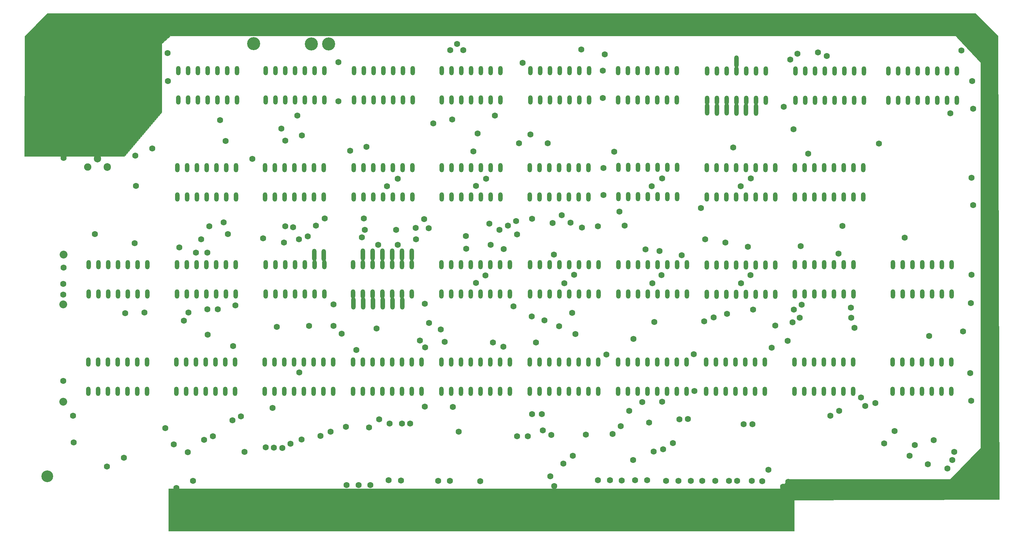
<source format=gbs>
G04 #@! TF.GenerationSoftware,KiCad,Pcbnew,8.0.6*
G04 #@! TF.CreationDate,2024-10-27T13:34:52-07:00*
G04 #@! TF.ProjectId,Dazzler2 Rev D,44617a7a-6c65-4723-9220-52657620442e,rev?*
G04 #@! TF.SameCoordinates,Original*
G04 #@! TF.FileFunction,Soldermask,Bot*
G04 #@! TF.FilePolarity,Negative*
%FSLAX46Y46*%
G04 Gerber Fmt 4.6, Leading zero omitted, Abs format (unit mm)*
G04 Created by KiCad (PCBNEW 8.0.6) date 2024-10-27 13:34:52*
%MOMM*%
%LPD*%
G01*
G04 APERTURE LIST*
%ADD10C,0.100000*%
%ADD11O,1.200000X2.400000*%
%ADD12O,1.200000X3.200000*%
%ADD13O,3.500000X3.500000*%
%ADD14C,1.905000*%
%ADD15O,1.905000X2.000000*%
%ADD16C,3.048000*%
%ADD17R,1.778000X8.382000*%
%ADD18C,1.600000*%
%ADD19C,2.032000*%
%ADD20C,3.400000*%
G04 APERTURE END LIST*
D10*
X56500000Y-149000000D02*
X219000000Y-149000000D01*
X219000000Y-160000000D01*
X56500000Y-160000000D01*
X56500000Y-149000000D01*
G36*
X56500000Y-149000000D02*
G01*
X219000000Y-149000000D01*
X219000000Y-160000000D01*
X56500000Y-160000000D01*
X56500000Y-149000000D01*
G37*
X271855733Y-31251830D02*
X272262133Y-151825630D01*
X214705733Y-152003430D01*
X214705733Y-150784230D01*
X215289933Y-149006230D01*
X217626733Y-146542430D01*
X259562133Y-146567830D01*
X267410733Y-138439830D01*
X267385333Y-38160630D01*
X260882933Y-31226430D01*
X56997133Y-31226430D01*
X54711133Y-33309230D01*
X54711133Y-51140030D01*
X45084533Y-62570030D01*
X19100333Y-62570030D01*
X19125733Y-31429630D01*
X24993133Y-25384430D01*
X266039133Y-25384430D01*
X271855733Y-31251830D01*
G36*
X271855733Y-31251830D02*
G01*
X272262133Y-151825630D01*
X214705733Y-152003430D01*
X214705733Y-150784230D01*
X215289933Y-149006230D01*
X217626733Y-146542430D01*
X259562133Y-146567830D01*
X267410733Y-138439830D01*
X267385333Y-38160630D01*
X260882933Y-31226430D01*
X56997133Y-31226430D01*
X54711133Y-33309230D01*
X54711133Y-51140030D01*
X45084533Y-62570030D01*
X19100333Y-62570030D01*
X19125733Y-31429630D01*
X24993133Y-25384430D01*
X266039133Y-25384430D01*
X271855733Y-31251830D01*
G37*
D11*
X81711800Y-98425000D03*
X84251800Y-98425000D03*
X86791800Y-98425000D03*
X89331800Y-98425000D03*
X91871800Y-98425000D03*
X94411800Y-98425000D03*
X96951800Y-98425000D03*
X96951800Y-90805000D03*
X94411800Y-90805000D03*
X91871800Y-90805000D03*
X89331800Y-90805000D03*
X86791800Y-90805000D03*
X84251800Y-90805000D03*
X81711800Y-90805000D03*
X243408200Y-48056800D03*
X245948200Y-48056800D03*
X248488200Y-48056800D03*
X251028200Y-48056800D03*
X253568200Y-48056800D03*
X256108200Y-48056800D03*
X258648200Y-48056800D03*
X261188200Y-48056800D03*
X261188200Y-40436800D03*
X258648200Y-40436800D03*
X256108200Y-40436800D03*
X253568200Y-40436800D03*
X251028200Y-40436800D03*
X248488200Y-40436800D03*
X245948200Y-40436800D03*
X243408200Y-40436800D03*
D12*
X201449000Y-50426600D03*
D11*
X173278800Y-47929800D03*
X175818800Y-47929800D03*
X178358800Y-47929800D03*
X180898800Y-47929800D03*
X183438800Y-47929800D03*
X185978800Y-47929800D03*
X188518800Y-47929800D03*
X188518800Y-40309800D03*
X185978800Y-40309800D03*
X183438800Y-40309800D03*
X180898800Y-40309800D03*
X178358800Y-40309800D03*
X175818800Y-40309800D03*
X173278800Y-40309800D03*
X104444800Y-98425000D03*
X106984800Y-98425000D03*
X109524800Y-98425000D03*
X112064800Y-98425000D03*
X114604800Y-98425000D03*
X117144800Y-98425000D03*
X119684800Y-98425000D03*
X119684800Y-90805000D03*
X117144800Y-90805000D03*
X114604800Y-90805000D03*
X112064800Y-90805000D03*
X109524800Y-90805000D03*
X106984800Y-90805000D03*
X104444800Y-90805000D03*
D12*
X196369000Y-50426600D03*
D11*
X58724800Y-98425000D03*
X61264800Y-98425000D03*
X63804800Y-98425000D03*
X66344800Y-98425000D03*
X68884800Y-98425000D03*
X71424800Y-98425000D03*
X73964800Y-98425000D03*
X73964800Y-90805000D03*
X71424800Y-90805000D03*
X68884800Y-90805000D03*
X66344800Y-90805000D03*
X63804800Y-90805000D03*
X61264800Y-90805000D03*
X58724800Y-90805000D03*
X150393400Y-98425000D03*
X152933400Y-98425000D03*
X155473400Y-98425000D03*
X158013400Y-98425000D03*
X160553400Y-98425000D03*
X163093400Y-98425000D03*
X165633400Y-98425000D03*
X168173400Y-98425000D03*
X168173400Y-90805000D03*
X165633400Y-90805000D03*
X163093400Y-90805000D03*
X160553400Y-90805000D03*
X158013400Y-90805000D03*
X155473400Y-90805000D03*
X152933400Y-90805000D03*
X150393400Y-90805000D03*
D12*
X107011800Y-100871000D03*
D11*
X127457200Y-73126600D03*
X129997200Y-73126600D03*
X132537200Y-73126600D03*
X135077200Y-73126600D03*
X137617200Y-73126600D03*
X140157200Y-73126600D03*
X142697200Y-73126600D03*
X142697200Y-65506600D03*
X140157200Y-65506600D03*
X137617200Y-65506600D03*
X135077200Y-65506600D03*
X132537200Y-65506600D03*
X129997200Y-65506600D03*
X127457200Y-65506600D03*
X196240400Y-98450400D03*
X198780400Y-98450400D03*
X201320400Y-98450400D03*
X203860400Y-98450400D03*
X206400400Y-98450400D03*
X208940400Y-98450400D03*
X211480400Y-98450400D03*
X214020400Y-98450400D03*
X214020400Y-90830400D03*
X211480400Y-90830400D03*
X208940400Y-90830400D03*
X206400400Y-90830400D03*
X203860400Y-90830400D03*
X201320400Y-90830400D03*
X198780400Y-90830400D03*
X196240400Y-90830400D03*
X127355600Y-98425000D03*
X129895600Y-98425000D03*
X132435600Y-98425000D03*
X134975600Y-98425000D03*
X137515600Y-98425000D03*
X140055600Y-98425000D03*
X142595600Y-98425000D03*
X145135600Y-98425000D03*
X145135600Y-90805000D03*
X142595600Y-90805000D03*
X140055600Y-90805000D03*
X137515600Y-90805000D03*
X134975600Y-90805000D03*
X132435600Y-90805000D03*
X129895600Y-90805000D03*
X127355600Y-90805000D03*
X150266400Y-123723400D03*
X152806400Y-123723400D03*
X155346400Y-123723400D03*
X157886400Y-123723400D03*
X160426400Y-123723400D03*
X162966400Y-123723400D03*
X165506400Y-123723400D03*
X168046400Y-123723400D03*
X168046400Y-116103400D03*
X165506400Y-116103400D03*
X162966400Y-116103400D03*
X160426400Y-116103400D03*
X157886400Y-116103400D03*
X155346400Y-116103400D03*
X152806400Y-116103400D03*
X150266400Y-116103400D03*
D12*
X114606400Y-88171000D03*
D13*
X38023800Y-46509800D03*
D14*
X35483800Y-65369800D03*
D15*
X38023800Y-63169800D03*
X40563800Y-65369800D03*
D11*
X196367400Y-48031400D03*
X198907400Y-48031400D03*
X201447400Y-48031400D03*
X203987400Y-48031400D03*
X206527400Y-48031400D03*
X209067400Y-48031400D03*
X211607400Y-48031400D03*
X211607400Y-40411400D03*
X209067400Y-40411400D03*
X206527400Y-40411400D03*
X203987400Y-40411400D03*
X201447400Y-40411400D03*
X198907400Y-40411400D03*
X196367400Y-40411400D03*
D12*
X96826400Y-88323400D03*
D16*
X25019000Y-30226000D03*
D11*
X59004200Y-47904400D03*
X61544200Y-47904400D03*
X64084200Y-47904400D03*
X66624200Y-47904400D03*
X69164200Y-47904400D03*
X71704200Y-47904400D03*
X74244200Y-47904400D03*
X74244200Y-40284400D03*
X71704200Y-40284400D03*
X69164200Y-40284400D03*
X66624200Y-40284400D03*
X64084200Y-40284400D03*
X61544200Y-40284400D03*
X59004200Y-40284400D03*
X173304200Y-73101200D03*
X175844200Y-73101200D03*
X178384200Y-73101200D03*
X180924200Y-73101200D03*
X183464200Y-73101200D03*
X186004200Y-73101200D03*
X188544200Y-73101200D03*
X188544200Y-65481200D03*
X186004200Y-65481200D03*
X183464200Y-65481200D03*
X180924200Y-65481200D03*
X178384200Y-65481200D03*
X175844200Y-65481200D03*
X173304200Y-65481200D03*
D12*
X94311800Y-88221800D03*
D11*
X104394000Y-123748800D03*
X106934000Y-123748800D03*
X109474000Y-123748800D03*
X112014000Y-123748800D03*
X114554000Y-123748800D03*
X117094000Y-123748800D03*
X119634000Y-123748800D03*
X122174000Y-123748800D03*
X122174000Y-116128800D03*
X119634000Y-116128800D03*
X117094000Y-116128800D03*
X114554000Y-116128800D03*
X112014000Y-116128800D03*
X109474000Y-116128800D03*
X106934000Y-116128800D03*
X104394000Y-116128800D03*
D12*
X117146400Y-88145600D03*
D11*
X104571800Y-73126600D03*
X107111800Y-73126600D03*
X109651800Y-73126600D03*
X112191800Y-73126600D03*
X114731800Y-73126600D03*
X117271800Y-73126600D03*
X119811800Y-73126600D03*
X119811800Y-65506600D03*
X117271800Y-65506600D03*
X114731800Y-65506600D03*
X112191800Y-65506600D03*
X109651800Y-65506600D03*
X107111800Y-65506600D03*
X104571800Y-65506600D03*
X104673400Y-47904400D03*
X107213400Y-47904400D03*
X109753400Y-47904400D03*
X112293400Y-47904400D03*
X114833400Y-47904400D03*
X117373400Y-47904400D03*
X119913400Y-47904400D03*
X119913400Y-40284400D03*
X117373400Y-40284400D03*
X114833400Y-40284400D03*
X112293400Y-40284400D03*
X109753400Y-40284400D03*
X107213400Y-40284400D03*
X104673400Y-40284400D03*
D17*
X59944000Y-155067000D03*
X63119000Y-155067000D03*
X66294000Y-155067000D03*
X69469000Y-155067000D03*
X72644000Y-155067000D03*
X75819000Y-155067000D03*
X78994000Y-155067000D03*
X82169000Y-155067000D03*
X85344000Y-155067000D03*
X88519000Y-155067000D03*
X91694000Y-155067000D03*
X94869000Y-155067000D03*
X98044000Y-155067000D03*
X101219000Y-155067000D03*
X104394000Y-155067000D03*
X107569000Y-155067000D03*
X110744000Y-155067000D03*
X113919000Y-155067000D03*
X117094000Y-155067000D03*
X120269000Y-155067000D03*
X123444000Y-155067000D03*
X126619000Y-155067000D03*
X129794000Y-155067000D03*
X132969000Y-155067000D03*
X136144000Y-155067000D03*
X139319000Y-155067000D03*
X142494000Y-155067000D03*
X145669000Y-155067000D03*
X148844000Y-155067000D03*
X152019000Y-155067000D03*
X155194000Y-155067000D03*
X158369000Y-155067000D03*
X161544000Y-155067000D03*
X164719000Y-155067000D03*
X167894000Y-155067000D03*
X171069000Y-155067000D03*
X174244000Y-155067000D03*
X177419000Y-155067000D03*
X180594000Y-155067000D03*
X183769000Y-155067000D03*
X186944000Y-155067000D03*
X190119000Y-155067000D03*
X193294000Y-155067000D03*
X196469000Y-155067000D03*
X199644000Y-155067000D03*
X202819000Y-155067000D03*
X205994000Y-155067000D03*
X209169000Y-155067000D03*
X212344000Y-155067000D03*
X215519000Y-155067000D03*
D11*
X244602000Y-98425000D03*
X247142000Y-98425000D03*
X249682000Y-98425000D03*
X252222000Y-98425000D03*
X254762000Y-98425000D03*
X257302000Y-98425000D03*
X259842000Y-98425000D03*
X259842000Y-90805000D03*
X257302000Y-90805000D03*
X254762000Y-90805000D03*
X252222000Y-90805000D03*
X249682000Y-90805000D03*
X247142000Y-90805000D03*
X244602000Y-90805000D03*
D12*
X206427400Y-50452000D03*
D11*
X81762600Y-47904400D03*
X84302600Y-47904400D03*
X86842600Y-47904400D03*
X89382600Y-47904400D03*
X91922600Y-47904400D03*
X94462600Y-47904400D03*
X97002600Y-47904400D03*
X97002600Y-40284400D03*
X94462600Y-40284400D03*
X91922600Y-40284400D03*
X89382600Y-40284400D03*
X86842600Y-40284400D03*
X84302600Y-40284400D03*
X81762600Y-40284400D03*
D12*
X109551800Y-100845600D03*
D11*
X196113400Y-123672600D03*
X198653400Y-123672600D03*
X201193400Y-123672600D03*
X203733400Y-123672600D03*
X206273400Y-123672600D03*
X208813400Y-123672600D03*
X211353400Y-123672600D03*
X211353400Y-116052600D03*
X208813400Y-116052600D03*
X206273400Y-116052600D03*
X203733400Y-116052600D03*
X201193400Y-116052600D03*
X198653400Y-116052600D03*
X196113400Y-116052600D03*
X196240400Y-73126600D03*
X198780400Y-73126600D03*
X201320400Y-73126600D03*
X203860400Y-73126600D03*
X206400400Y-73126600D03*
X208940400Y-73126600D03*
X211480400Y-73126600D03*
X214020400Y-73126600D03*
X214020400Y-65506600D03*
X211480400Y-65506600D03*
X208940400Y-65506600D03*
X206400400Y-65506600D03*
X203860400Y-65506600D03*
X201320400Y-65506600D03*
X198780400Y-65506600D03*
X196240400Y-65506600D03*
D12*
X106986400Y-88145600D03*
X198909000Y-50452000D03*
D11*
X81483200Y-123723400D03*
X84023200Y-123723400D03*
X86563200Y-123723400D03*
X89103200Y-123723400D03*
X91643200Y-123723400D03*
X94183200Y-123723400D03*
X96723200Y-123723400D03*
X99263200Y-123723400D03*
X99263200Y-116103400D03*
X96723200Y-116103400D03*
X94183200Y-116103400D03*
X91643200Y-116103400D03*
X89103200Y-116103400D03*
X86563200Y-116103400D03*
X84023200Y-116103400D03*
X81483200Y-116103400D03*
D12*
X209043600Y-50452000D03*
X104471800Y-100845600D03*
D16*
X266319000Y-30226000D03*
D12*
X112091800Y-100871000D03*
D16*
X25019000Y-145796000D03*
D12*
X203989000Y-37904400D03*
D11*
X58496200Y-123672600D03*
X61036200Y-123672600D03*
X63576200Y-123672600D03*
X66116200Y-123672600D03*
X68656200Y-123672600D03*
X71196200Y-123672600D03*
X73736200Y-123672600D03*
X73736200Y-116052600D03*
X71196200Y-116052600D03*
X68656200Y-116052600D03*
X66116200Y-116052600D03*
X63576200Y-116052600D03*
X61036200Y-116052600D03*
X58496200Y-116052600D03*
D12*
X119686400Y-88171000D03*
X114631800Y-100845600D03*
D11*
X150342600Y-73126600D03*
X152882600Y-73126600D03*
X155422600Y-73126600D03*
X157962600Y-73126600D03*
X160502600Y-73126600D03*
X163042600Y-73126600D03*
X165582600Y-73126600D03*
X165582600Y-65506600D03*
X163042600Y-65506600D03*
X160502600Y-65506600D03*
X157962600Y-65506600D03*
X155422600Y-65506600D03*
X152882600Y-65506600D03*
X150342600Y-65506600D03*
X150469600Y-47929800D03*
X153009600Y-47929800D03*
X155549600Y-47929800D03*
X158089600Y-47929800D03*
X160629600Y-47929800D03*
X163169600Y-47929800D03*
X165709600Y-47929800D03*
X165709600Y-40309800D03*
X163169600Y-40309800D03*
X160629600Y-40309800D03*
X158089600Y-40309800D03*
X155549600Y-40309800D03*
X153009600Y-40309800D03*
X150469600Y-40309800D03*
X219278200Y-48031400D03*
X221818200Y-48031400D03*
X224358200Y-48031400D03*
X226898200Y-48031400D03*
X229438200Y-48031400D03*
X231978200Y-48031400D03*
X234518200Y-48031400D03*
X237058200Y-48031400D03*
X237058200Y-40411400D03*
X234518200Y-40411400D03*
X231978200Y-40411400D03*
X229438200Y-40411400D03*
X226898200Y-40411400D03*
X224358200Y-40411400D03*
X221818200Y-40411400D03*
X219278200Y-40411400D03*
D12*
X203989000Y-50452000D03*
D11*
X219024200Y-123672600D03*
X221564200Y-123672600D03*
X224104200Y-123672600D03*
X226644200Y-123672600D03*
X229184200Y-123672600D03*
X231724200Y-123672600D03*
X234264200Y-123672600D03*
X234264200Y-116052600D03*
X231724200Y-116052600D03*
X229184200Y-116052600D03*
X226644200Y-116052600D03*
X224104200Y-116052600D03*
X221564200Y-116052600D03*
X219024200Y-116052600D03*
X127330200Y-123748800D03*
X129870200Y-123748800D03*
X132410200Y-123748800D03*
X134950200Y-123748800D03*
X137490200Y-123748800D03*
X140030200Y-123748800D03*
X142570200Y-123748800D03*
X145110200Y-123748800D03*
X145110200Y-116128800D03*
X142570200Y-116128800D03*
X140030200Y-116128800D03*
X137490200Y-116128800D03*
X134950200Y-116128800D03*
X132410200Y-116128800D03*
X129870200Y-116128800D03*
X127330200Y-116128800D03*
X219125800Y-73126600D03*
X221665800Y-73126600D03*
X224205800Y-73126600D03*
X226745800Y-73126600D03*
X229285800Y-73126600D03*
X231825800Y-73126600D03*
X234365800Y-73126600D03*
X236905800Y-73126600D03*
X236905800Y-65506600D03*
X234365800Y-65506600D03*
X231825800Y-65506600D03*
X229285800Y-65506600D03*
X226745800Y-65506600D03*
X224205800Y-65506600D03*
X221665800Y-65506600D03*
X219125800Y-65506600D03*
D12*
X109526400Y-88171000D03*
D11*
X244500400Y-123672600D03*
X247040400Y-123672600D03*
X249580400Y-123672600D03*
X252120400Y-123672600D03*
X254660400Y-123672600D03*
X257200400Y-123672600D03*
X259740400Y-123672600D03*
X259740400Y-116052600D03*
X257200400Y-116052600D03*
X254660400Y-116052600D03*
X252120400Y-116052600D03*
X249580400Y-116052600D03*
X247040400Y-116052600D03*
X244500400Y-116052600D03*
D12*
X112066400Y-88145600D03*
D11*
X127457200Y-47929800D03*
X129997200Y-47929800D03*
X132537200Y-47929800D03*
X135077200Y-47929800D03*
X137617200Y-47929800D03*
X140157200Y-47929800D03*
X142697200Y-47929800D03*
X142697200Y-40309800D03*
X140157200Y-40309800D03*
X137617200Y-40309800D03*
X135077200Y-40309800D03*
X132537200Y-40309800D03*
X129997200Y-40309800D03*
X127457200Y-40309800D03*
D16*
X266319000Y-145796000D03*
D11*
X173228000Y-123723400D03*
X175768000Y-123723400D03*
X178308000Y-123723400D03*
X180848000Y-123723400D03*
X183388000Y-123723400D03*
X185928000Y-123723400D03*
X188468000Y-123723400D03*
X191008000Y-123723400D03*
X191008000Y-116103400D03*
X188468000Y-116103400D03*
X185928000Y-116103400D03*
X183388000Y-116103400D03*
X180848000Y-116103400D03*
X178308000Y-116103400D03*
X175768000Y-116103400D03*
X173228000Y-116103400D03*
X35661600Y-123672600D03*
X38201600Y-123672600D03*
X40741600Y-123672600D03*
X43281600Y-123672600D03*
X45821600Y-123672600D03*
X48361600Y-123672600D03*
X50901600Y-123672600D03*
X50901600Y-116052600D03*
X48361600Y-116052600D03*
X45821600Y-116052600D03*
X43281600Y-116052600D03*
X40741600Y-116052600D03*
X38201600Y-116052600D03*
X35661600Y-116052600D03*
X81584800Y-73126600D03*
X84124800Y-73126600D03*
X86664800Y-73126600D03*
X89204800Y-73126600D03*
X91744800Y-73126600D03*
X94284800Y-73126600D03*
X96824800Y-73126600D03*
X96824800Y-65506600D03*
X94284800Y-65506600D03*
X91744800Y-65506600D03*
X89204800Y-65506600D03*
X86664800Y-65506600D03*
X84124800Y-65506600D03*
X81584800Y-65506600D03*
X35712400Y-98425000D03*
X38252400Y-98425000D03*
X40792400Y-98425000D03*
X43332400Y-98425000D03*
X45872400Y-98425000D03*
X48412400Y-98425000D03*
X50952400Y-98425000D03*
X50952400Y-90805000D03*
X48412400Y-90805000D03*
X45872400Y-90805000D03*
X43332400Y-90805000D03*
X40792400Y-90805000D03*
X38252400Y-90805000D03*
X35712400Y-90805000D03*
X173304200Y-98374200D03*
X175844200Y-98374200D03*
X178384200Y-98374200D03*
X180924200Y-98374200D03*
X183464200Y-98374200D03*
X186004200Y-98374200D03*
X188544200Y-98374200D03*
X191084200Y-98374200D03*
X191084200Y-90754200D03*
X188544200Y-90754200D03*
X186004200Y-90754200D03*
X183464200Y-90754200D03*
X180924200Y-90754200D03*
X178384200Y-90754200D03*
X175844200Y-90754200D03*
X173304200Y-90754200D03*
X58750200Y-73126600D03*
X61290200Y-73126600D03*
X63830200Y-73126600D03*
X66370200Y-73126600D03*
X68910200Y-73126600D03*
X71450200Y-73126600D03*
X73990200Y-73126600D03*
X73990200Y-65506600D03*
X71450200Y-65506600D03*
X68910200Y-65506600D03*
X66370200Y-65506600D03*
X63830200Y-65506600D03*
X61290200Y-65506600D03*
X58750200Y-65506600D03*
X219100400Y-98425000D03*
X221640400Y-98425000D03*
X224180400Y-98425000D03*
X226720400Y-98425000D03*
X229260400Y-98425000D03*
X231800400Y-98425000D03*
X234340400Y-98425000D03*
X234340400Y-90805000D03*
X231800400Y-90805000D03*
X229260400Y-90805000D03*
X226720400Y-90805000D03*
X224180400Y-90805000D03*
X221640400Y-90805000D03*
X219100400Y-90805000D03*
D12*
X117171800Y-100871000D03*
D18*
X264998200Y-68173600D03*
X158597600Y-77901800D03*
X248970800Y-140512800D03*
X133807200Y-86588600D03*
X203174600Y-60274200D03*
X216230200Y-49707800D03*
X156591000Y-88112600D03*
X230454200Y-87934800D03*
X234619800Y-107162600D03*
X120726200Y-84150200D03*
X181991000Y-70332600D03*
X169418000Y-65633600D03*
X228371400Y-130048000D03*
X73863200Y-101371400D03*
X133070600Y-35001200D03*
X265430000Y-50241200D03*
X217932000Y-37439600D03*
X218541600Y-105740200D03*
X174218600Y-146939000D03*
X29210000Y-62966600D03*
X207695800Y-68300600D03*
X242316000Y-137236200D03*
X170230800Y-114147600D03*
D19*
X29260800Y-88188800D03*
D18*
X115595400Y-81737200D03*
X125272800Y-54000400D03*
D20*
X82880200Y-28321000D03*
D18*
X161518600Y-140462000D03*
X225120200Y-35585400D03*
X126542800Y-146989800D03*
X66624200Y-108966000D03*
X204190600Y-146964400D03*
X173609000Y-77012800D03*
X70764400Y-79756000D03*
X169799000Y-36068000D03*
X240080800Y-126746000D03*
X260527800Y-139446000D03*
X212267800Y-144119600D03*
X56337200Y-43002200D03*
X45237400Y-103352600D03*
X58521600Y-148894800D03*
X123037600Y-100939600D03*
X86029800Y-138404600D03*
X140741400Y-111048800D03*
X86461600Y-85013800D03*
X102717600Y-148056600D03*
X113665000Y-146812000D03*
X94792800Y-80619600D03*
X64922400Y-84175600D03*
X75285600Y-130200400D03*
X67995800Y-135432800D03*
X140182600Y-85623400D03*
X265176000Y-43053000D03*
X116052600Y-68402200D03*
X127177800Y-107645200D03*
X191363600Y-130911600D03*
X189153800Y-131013200D03*
X159029400Y-142519400D03*
X128168400Y-110871000D03*
X205841600Y-132257800D03*
X66548000Y-102387400D03*
X121767600Y-110490000D03*
X117119400Y-132130800D03*
X100584000Y-48310800D03*
X110896400Y-85623400D03*
X262407400Y-35052000D03*
X155651200Y-145796000D03*
X169291000Y-47396400D03*
X201142600Y-84988400D03*
X47675800Y-85191600D03*
X48031400Y-70281800D03*
X227431600Y-36474400D03*
X67056000Y-80772000D03*
X182473600Y-139344400D03*
X111175800Y-130987800D03*
X129540000Y-146989800D03*
X173964600Y-132791200D03*
X180340000Y-86766400D03*
X110490000Y-107340400D03*
X113207800Y-70408800D03*
X105841800Y-148056600D03*
X259486400Y-51384200D03*
X216103200Y-148539200D03*
X100584000Y-38100000D03*
X205130400Y-95580200D03*
X172262800Y-61366400D03*
X154940000Y-59156600D03*
X92964000Y-106680000D03*
X85750400Y-55346600D03*
X151917400Y-111048800D03*
X150774400Y-104216200D03*
X81076800Y-83896200D03*
X208330800Y-102438200D03*
X195630800Y-105486200D03*
X171831000Y-134823200D03*
X184531000Y-93446600D03*
D19*
X29159200Y-101066600D03*
D18*
X155854400Y-135077200D03*
X184708800Y-126390400D03*
X220395800Y-104597200D03*
X182651400Y-105638600D03*
X194741800Y-76022200D03*
X107188000Y-78740000D03*
X63601600Y-87604600D03*
X107848400Y-60121800D03*
X169291000Y-40309800D03*
X157886400Y-106781600D03*
D20*
X98044000Y-33401000D03*
D18*
X136296400Y-70281800D03*
X81686400Y-138277600D03*
X156210000Y-79933800D03*
X136296400Y-95504000D03*
X230682800Y-128803400D03*
X198501000Y-146964400D03*
X169418000Y-72644000D03*
X218897200Y-102463600D03*
X259994400Y-141579600D03*
X98552000Y-134188200D03*
X180822600Y-146837400D03*
X206908400Y-86156800D03*
X144602200Y-80645000D03*
X218821000Y-55575200D03*
X231521000Y-80695800D03*
X177622200Y-146862800D03*
X71932800Y-82854800D03*
X147040600Y-135432800D03*
X187452000Y-137210800D03*
X131851400Y-134213600D03*
X192151000Y-146964400D03*
X264998200Y-93395800D03*
X195884800Y-84201000D03*
X258749800Y-143814800D03*
X245059200Y-134035800D03*
X88823800Y-81026000D03*
X192862200Y-114096800D03*
X161340800Y-103327200D03*
X150444200Y-56921400D03*
X50215800Y-103251000D03*
X198018400Y-104470200D03*
X83820000Y-138328400D03*
X52273200Y-60579000D03*
X131394200Y-33401000D03*
X129616200Y-35001200D03*
X138785600Y-93548200D03*
X247675400Y-83718400D03*
X139827000Y-80111600D03*
X164896800Y-135001000D03*
X76200000Y-139446000D03*
X86817200Y-58521600D03*
X95986600Y-135331200D03*
D20*
X210286600Y-28321000D03*
D18*
X233807000Y-104597200D03*
X137464800Y-147116800D03*
X69240400Y-102387400D03*
X264820400Y-100761800D03*
X146735800Y-79400400D03*
X108940600Y-148132800D03*
X153441400Y-129667000D03*
X201498200Y-103581200D03*
X183997600Y-87223600D03*
X167995600Y-146862800D03*
X177241200Y-110083600D03*
X264947400Y-126136400D03*
X101422200Y-108762800D03*
X264693400Y-118948200D03*
X181254400Y-131800600D03*
X91008200Y-136220200D03*
X217424000Y-147218400D03*
X219786200Y-35941000D03*
X160909000Y-79857600D03*
X217297000Y-110617000D03*
X233730800Y-101930200D03*
X205054200Y-70358000D03*
X153720800Y-133858000D03*
X108585000Y-133121400D03*
X90322400Y-84201000D03*
X29235400Y-91541600D03*
X202006200Y-146964400D03*
X214096600Y-106629200D03*
X193065400Y-123647200D03*
X83540600Y-128066800D03*
X141249400Y-51968400D03*
X60502800Y-105333800D03*
X143560800Y-86690200D03*
X130149600Y-53035200D03*
X168021000Y-80746600D03*
X162153600Y-108813600D03*
X119253000Y-132054600D03*
X120650000Y-81203800D03*
X195122800Y-146964400D03*
X73075800Y-131267200D03*
X61671200Y-103251000D03*
X149809200Y-135356600D03*
X102539800Y-132943600D03*
X107492800Y-81737200D03*
X156641800Y-148361400D03*
X47879000Y-62407800D03*
X161798000Y-93395800D03*
X31851600Y-137033000D03*
X123088400Y-112293400D03*
X99314000Y-101092000D03*
X135661400Y-61290200D03*
X241020600Y-59309000D03*
X130352800Y-127787400D03*
X29184600Y-95758000D03*
X65684400Y-136321800D03*
X177165000Y-141579600D03*
X40513000Y-143281400D03*
X188899800Y-146964400D03*
X116052600Y-85623400D03*
D20*
X93599000Y-33401000D03*
D18*
X159283400Y-95580200D03*
X29184600Y-121031000D03*
X255193800Y-136423400D03*
X253669800Y-142646400D03*
X146075400Y-101625400D03*
X55651400Y-133299200D03*
X138963400Y-68402200D03*
X97028000Y-78740000D03*
X148437600Y-38277800D03*
X106705400Y-83693000D03*
X66598800Y-87655400D03*
X222631000Y-61874400D03*
X31699200Y-130073400D03*
X250291600Y-137668000D03*
X92608400Y-83439000D03*
X262864600Y-108127800D03*
X154152600Y-105283000D03*
X207619600Y-93446600D03*
X179552600Y-126466600D03*
X171119800Y-146862800D03*
X73279000Y-111937800D03*
X176098200Y-128778000D03*
X185674000Y-146964400D03*
X142392400Y-81711800D03*
X90474800Y-118821200D03*
X220675200Y-85979000D03*
X69850000Y-53213000D03*
X184962800Y-138811000D03*
X124028200Y-81305400D03*
X84582000Y-106934000D03*
X44881800Y-141020800D03*
X78232000Y-63246000D03*
X57886600Y-137490200D03*
X89916000Y-51968400D03*
X61518800Y-139522200D03*
X29184600Y-98526600D03*
X254050800Y-109296200D03*
X122859800Y-78917800D03*
X147472400Y-59156600D03*
X62865000Y-146989800D03*
X150876000Y-78867000D03*
X59283600Y-86309200D03*
X116840000Y-146888200D03*
X133731000Y-83312000D03*
X136728200Y-56667400D03*
X103682800Y-61112400D03*
X163830000Y-81102200D03*
X105257600Y-112928400D03*
X220929200Y-101219000D03*
X146989800Y-82880200D03*
X86791800Y-80772000D03*
X71272400Y-58623200D03*
X91160600Y-57200800D03*
X189763400Y-88290400D03*
X210667600Y-147040600D03*
X124104400Y-105968800D03*
X174929800Y-80645000D03*
X208000600Y-146964400D03*
X237413800Y-127558800D03*
X37363400Y-82854800D03*
X56261000Y-35712400D03*
X208153000Y-132257800D03*
X123063000Y-127711200D03*
X213131400Y-112395000D03*
D19*
X29159200Y-126390400D03*
D18*
X99314000Y-106680000D03*
X143408400Y-112115600D03*
X184708800Y-68300600D03*
X182118000Y-95580200D03*
X163703000Y-34798000D03*
X88163400Y-137337800D03*
X113919000Y-132130800D03*
X236347000Y-125323600D03*
X150876000Y-129667000D03*
D20*
X78562200Y-33248600D03*
D18*
X265430000Y-75285600D03*
M02*

</source>
